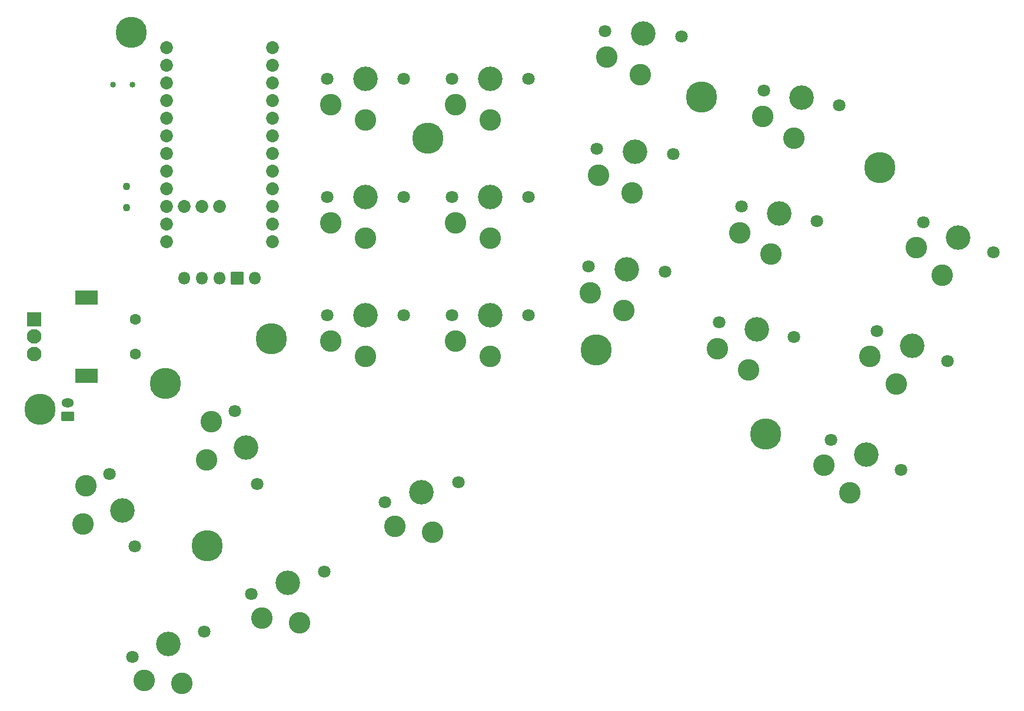
<source format=gbr>
%TF.GenerationSoftware,KiCad,Pcbnew,9.0.5*%
%TF.CreationDate,2025-11-08T17:14:02+10:00*%
%TF.ProjectId,badWingsRight,62616457-696e-4677-9352-696768742e6b,v1.0.0*%
%TF.SameCoordinates,Original*%
%TF.FileFunction,Soldermask,Top*%
%TF.FilePolarity,Negative*%
%FSLAX46Y46*%
G04 Gerber Fmt 4.6, Leading zero omitted, Abs format (unit mm)*
G04 Created by KiCad (PCBNEW 9.0.5) date 2025-11-08 17:14:02*
%MOMM*%
%LPD*%
G01*
G04 APERTURE LIST*
G04 Aperture macros list*
%AMRoundRect*
0 Rectangle with rounded corners*
0 $1 Rounding radius*
0 $2 $3 $4 $5 $6 $7 $8 $9 X,Y pos of 4 corners*
0 Add a 4 corners polygon primitive as box body*
4,1,4,$2,$3,$4,$5,$6,$7,$8,$9,$2,$3,0*
0 Add four circle primitives for the rounded corners*
1,1,$1+$1,$2,$3*
1,1,$1+$1,$4,$5*
1,1,$1+$1,$6,$7*
1,1,$1+$1,$8,$9*
0 Add four rect primitives between the rounded corners*
20,1,$1+$1,$2,$3,$4,$5,0*
20,1,$1+$1,$4,$5,$6,$7,0*
20,1,$1+$1,$6,$7,$8,$9,0*
20,1,$1+$1,$8,$9,$2,$3,0*%
G04 Aperture macros list end*
%ADD10C,1.100000*%
%ADD11C,1.801800*%
%ADD12C,3.529000*%
%ADD13C,3.100000*%
%ADD14C,0.800000*%
%ADD15C,4.500000*%
%ADD16C,0.850000*%
%ADD17RoundRect,0.050000X-1.600000X-1.000000X1.600000X-1.000000X1.600000X1.000000X-1.600000X1.000000X0*%
%ADD18C,1.600000*%
%ADD19RoundRect,0.050000X-1.000000X-1.000000X1.000000X-1.000000X1.000000X1.000000X-1.000000X1.000000X0*%
%ADD20C,2.100000*%
%ADD21RoundRect,0.050000X0.850000X-0.600000X0.850000X0.600000X-0.850000X0.600000X-0.850000X-0.600000X0*%
%ADD22O,1.800000X1.300000*%
%ADD23O,1.800000X1.800000*%
%ADD24RoundRect,0.050000X-0.850000X-0.850000X0.850000X-0.850000X0.850000X0.850000X-0.850000X0.850000X0*%
%ADD25C,1.852600*%
G04 APERTURE END LIST*
D10*
%TO.C,T1*%
X224727690Y-148247709D03*
X224727684Y-145247715D03*
%TD*%
D11*
%TO.C,S7*%
X302193132Y-157545926D03*
D12*
X296706530Y-157162265D03*
D13*
X296291477Y-163097780D03*
X291457123Y-160554348D03*
D11*
X291219928Y-156778604D03*
%TD*%
%TO.C,S15*%
X264607683Y-129747692D03*
D12*
X259107683Y-129747692D03*
D13*
X259107681Y-135697701D03*
X254107683Y-133497692D03*
D11*
X253607683Y-129747692D03*
%TD*%
D14*
%TO.C,_82*%
X305817419Y-132237105D03*
X306380903Y-131106932D03*
X306218129Y-133434700D03*
X307578498Y-130706222D03*
D15*
X307463400Y-132352203D03*
D14*
X307348302Y-133998184D03*
X308708671Y-131269706D03*
X308545897Y-133597474D03*
X309109381Y-132467301D03*
%TD*%
%TO.C,_76*%
X234897051Y-196230907D03*
X235857334Y-195410748D03*
X234797969Y-197489869D03*
X237116296Y-195509830D03*
D15*
X236367212Y-196979991D03*
D14*
X235618128Y-198450152D03*
X237936455Y-196470113D03*
X236877090Y-198549234D03*
X237837373Y-197729075D03*
%TD*%
D16*
%TO.C,B1*%
X222812666Y-130547700D03*
X225562664Y-130547698D03*
%TD*%
D14*
%TO.C,_79*%
X266457672Y-138247704D03*
X266940946Y-137080978D03*
X266940946Y-139414430D03*
X268107672Y-136597704D03*
D15*
X268107672Y-138247704D03*
D14*
X268107672Y-139897704D03*
X269274398Y-137080978D03*
X269274398Y-139414430D03*
X269757672Y-138247704D03*
%TD*%
D11*
%TO.C,S1*%
X336201636Y-186004187D03*
D13*
X328814006Y-189332181D03*
D12*
X331138856Y-183855177D03*
D13*
X325071090Y-185353415D03*
D11*
X326076076Y-181706167D03*
%TD*%
%TO.C,S2*%
X342844062Y-170355602D03*
D13*
X335456432Y-173683596D03*
D12*
X337781282Y-168206592D03*
D13*
X331713516Y-169704830D03*
D11*
X332718502Y-166057582D03*
%TD*%
%TO.C,S4*%
X320789920Y-166890937D03*
D13*
X314255658Y-171682191D03*
D12*
X315390971Y-165841498D03*
D13*
X309767301Y-168568555D03*
D11*
X309992022Y-164792059D03*
%TD*%
D14*
%TO.C,_80*%
X210657663Y-177347700D03*
X211140937Y-176180974D03*
X211140937Y-178514426D03*
X212307663Y-175697700D03*
D15*
X212307663Y-177347700D03*
D14*
X212307663Y-178997700D03*
X213474389Y-176180974D03*
X213474389Y-178514426D03*
X213957663Y-177347700D03*
%TD*%
%TO.C,_83*%
X243957655Y-167147710D03*
X244440929Y-165980984D03*
X244440929Y-168314436D03*
X245607655Y-165497710D03*
D15*
X245607655Y-167147710D03*
D14*
X245607655Y-168797710D03*
X246774381Y-165980984D03*
X246774381Y-168314436D03*
X247257655Y-167147710D03*
%TD*%
D11*
%TO.C,S17*%
X253196954Y-200723014D03*
D12*
X247937278Y-202331058D03*
D13*
X249676891Y-208021079D03*
X244252146Y-207379061D03*
D11*
X242677602Y-203939102D03*
%TD*%
%TO.C,S8*%
X303378980Y-140587345D03*
D12*
X297892378Y-140203684D03*
D13*
X297477325Y-146139199D03*
X292642971Y-143595767D03*
D11*
X292405776Y-139820023D03*
%TD*%
%TO.C,S5*%
X324033670Y-150203272D03*
D13*
X317499408Y-154994526D03*
D12*
X318634721Y-149153833D03*
D13*
X313011051Y-151880890D03*
D11*
X313235772Y-148104394D03*
%TD*%
%TO.C,S13*%
X264607670Y-163747717D03*
D12*
X259107670Y-163747717D03*
D13*
X259107668Y-169697726D03*
X254107670Y-167497717D03*
D11*
X253607670Y-163747717D03*
%TD*%
%TO.C,S16*%
X272520268Y-187824214D03*
D13*
X268747652Y-194994978D03*
D12*
X267207675Y-189247713D03*
D13*
X263348614Y-194164032D03*
D11*
X261895082Y-190671212D03*
%TD*%
D17*
%TO.C,ROT1*%
X218987676Y-172457696D03*
X218987680Y-161257691D03*
D18*
X225987679Y-164357688D03*
X225987678Y-169357694D03*
D19*
X211487678Y-164357692D03*
D20*
X211487679Y-169357693D03*
X211487678Y-166857692D03*
%TD*%
D11*
%TO.C,S14*%
X264607687Y-146747691D03*
D12*
X259107687Y-146747691D03*
D13*
X259107685Y-152697700D03*
X254107687Y-150497691D03*
D11*
X253607687Y-146747691D03*
%TD*%
%TO.C,S10*%
X282607656Y-163747701D03*
D12*
X277107656Y-163747701D03*
D13*
X277107654Y-169697710D03*
X272107656Y-167497701D03*
D11*
X271607656Y-163747701D03*
%TD*%
D14*
%TO.C,_78*%
X331573196Y-142029662D03*
X332376471Y-141055212D03*
X331694236Y-143286703D03*
X333633512Y-140934172D03*
D15*
X333151099Y-142512075D03*
D14*
X332668686Y-144089978D03*
X334607962Y-141737447D03*
X333925727Y-143968938D03*
X334729002Y-142994488D03*
%TD*%
D11*
%TO.C,S20*%
X225910560Y-197049341D03*
D13*
X218494104Y-193786120D03*
D12*
X224119941Y-191848988D03*
D13*
X218946406Y-188342276D03*
D11*
X222329322Y-186648635D03*
%TD*%
%TO.C,S9*%
X304564859Y-123628760D03*
D12*
X299078257Y-123245099D03*
D13*
X298663204Y-129180614D03*
X293828850Y-126637182D03*
D11*
X293591655Y-122861438D03*
%TD*%
D14*
%TO.C,_81*%
X290639221Y-168667066D03*
X291202705Y-167536893D03*
X291039931Y-169864661D03*
X292400300Y-167136183D03*
D15*
X292285202Y-168782164D03*
D14*
X292170104Y-170428145D03*
X293530473Y-167699667D03*
X293367699Y-170027435D03*
X293931183Y-168897262D03*
%TD*%
D11*
%TO.C,S18*%
X243580939Y-188082097D03*
D12*
X241972895Y-182822421D03*
D13*
X236282874Y-184562034D03*
X236924892Y-179137289D03*
D11*
X240364851Y-177562745D03*
%TD*%
%TO.C,S11*%
X282607658Y-146747705D03*
D12*
X277107658Y-146747705D03*
D13*
X277107656Y-152697714D03*
X272107658Y-150497705D03*
D11*
X271607658Y-146747705D03*
%TD*%
%TO.C,S12*%
X282607658Y-129747718D03*
D12*
X277107658Y-129747718D03*
D13*
X277107656Y-135697727D03*
X272107658Y-133497718D03*
D11*
X271607658Y-129747718D03*
%TD*%
D14*
%TO.C,_77*%
X315147003Y-180365979D03*
X315950278Y-179391529D03*
X315268043Y-181623020D03*
X317207319Y-179270489D03*
D15*
X316724906Y-180848392D03*
D14*
X316242493Y-182426295D03*
X318181769Y-180073764D03*
X317499534Y-182305255D03*
X318302809Y-181330805D03*
%TD*%
D11*
%TO.C,S6*%
X327277438Y-133515606D03*
D13*
X320743176Y-138306860D03*
D12*
X321878489Y-132466167D03*
D13*
X316254819Y-135193224D03*
D11*
X316479540Y-131416728D03*
%TD*%
D21*
%TO.C,JST1*%
X216267672Y-178347704D03*
D22*
X216267674Y-176347700D03*
%TD*%
D23*
%TO.C,niceView1*%
X243187671Y-158447714D03*
D24*
X240647674Y-158447712D03*
D23*
X238107675Y-158447715D03*
X235567674Y-158447714D03*
X233027675Y-158447711D03*
%TD*%
D11*
%TO.C,S3*%
X349486491Y-154707006D03*
D13*
X342098861Y-158035000D03*
D12*
X344423711Y-152557996D03*
D13*
X338355945Y-154056234D03*
D11*
X339360931Y-150408986D03*
%TD*%
D14*
%TO.C,_85*%
X223797671Y-123047693D03*
X224280945Y-121880967D03*
X224280945Y-124214419D03*
X225447671Y-121397693D03*
D15*
X225447671Y-123047693D03*
D14*
X225447671Y-124697693D03*
X226614397Y-121880967D03*
X226614397Y-124214419D03*
X227097671Y-123047693D03*
%TD*%
%TO.C,_84*%
X228657677Y-173607707D03*
X229140951Y-172440981D03*
X229140951Y-174774433D03*
X230307677Y-171957707D03*
D15*
X230307677Y-173607707D03*
D14*
X230307677Y-175257707D03*
X231474403Y-172440981D03*
X231474403Y-174774433D03*
X231957677Y-173607707D03*
%TD*%
D11*
%TO.C,S19*%
X235961886Y-209346940D03*
D13*
X232698665Y-216763396D03*
D12*
X230761533Y-211137559D03*
D13*
X227254821Y-216311094D03*
D11*
X225561180Y-212928178D03*
%TD*%
D25*
%TO.C,MCU1*%
X245727680Y-125277719D03*
X245727676Y-127817711D03*
X245727674Y-130357710D03*
X245727677Y-132897715D03*
X245727681Y-135437712D03*
X245727674Y-137977712D03*
X245727670Y-140517716D03*
X245727676Y-143057719D03*
X245727670Y-145597714D03*
X245727675Y-148137715D03*
X245727678Y-150677711D03*
X245727673Y-153217710D03*
X230487670Y-153217707D03*
X230487674Y-150677715D03*
X230487676Y-148137716D03*
X230487673Y-145597711D03*
X230487669Y-143057714D03*
X230487676Y-140517714D03*
X230487680Y-137977710D03*
X230487674Y-135437707D03*
X230487680Y-132897712D03*
X230487675Y-130357711D03*
X230487672Y-127817715D03*
X230487677Y-125277716D03*
X233027675Y-148137713D03*
X235567675Y-148137712D03*
X238107675Y-148137713D03*
%TD*%
M02*

</source>
